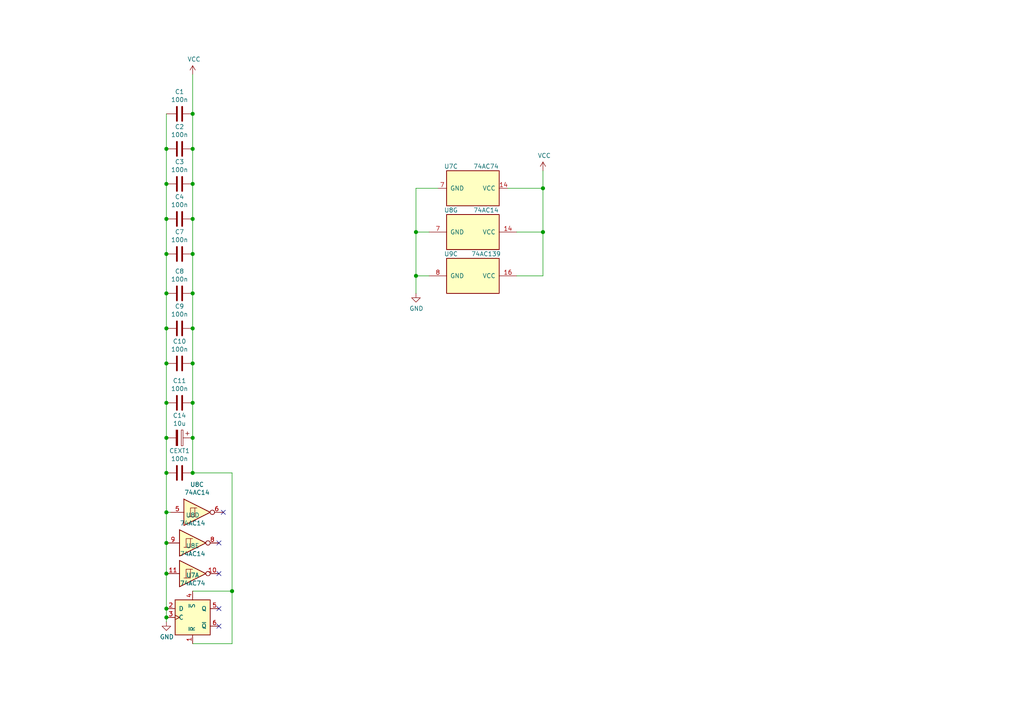
<source format=kicad_sch>
(kicad_sch (version 20211123) (generator eeschema)
  (paper "A4")
  (title_block (title "SBC6526 - Power") (date "2021-10-01") (rev "2.0") (company "Daniel Molina García"))
  (lib_symbols
    (symbol "74xx:74HC74" (pin_names (offset 1.016))
      (property "Reference" "U" (at -7.62 8.89 0))
      (property "Value" "74HC74" (at -7.62 -8.89 0))
      (symbol "74HC74_1_0"
        (pin input line (at 0 -7.62 90) (length 2.54) (name "~{R}") (number "1"))
        (pin input line (at -7.62 2.54 0) (length 2.54) (name "D") (number "2"))
        (pin input clock (at -7.62 0 0) (length 2.54) (name "C") (number "3"))
        (pin input line (at 0 7.62 270) (length 2.54) (name "~{S}") (number "4"))
        (pin output line (at 7.62 2.54 180) (length 2.54) (name "Q") (number "5"))
        (pin output line (at 7.62 -2.54 180) (length 2.54) (name "~{Q}") (number "6"))
      )
      (symbol "74HC74_1_1"
        (rectangle (start -5.08 5.08) (end 5.08 -5.08) (stroke (width 0.254)) (fill (type background)))
      )
      (symbol "74HC74_2_0"
        (pin input line (at 0 7.62 270) (length 2.54) (name "~{S}") (number "10"))
        (pin input clock (at -7.62 0 0) (length 2.54) (name "C") (number "11"))
        (pin input line (at -7.62 2.54 0) (length 2.54) (name "D") (number "12"))
        (pin input line (at 0 -7.62 90) (length 2.54) (name "~{R}") (number "13"))
        (pin output line (at 7.62 -2.54 180) (length 2.54) (name "~{Q}") (number "8"))
        (pin output line (at 7.62 2.54 180) (length 2.54) (name "Q") (number "9"))
      )
      (symbol "74HC74_2_1"
        (rectangle (start -5.08 5.08) (end 5.08 -5.08) (stroke (width 0.254)) (fill (type background)))
      )
      (symbol "74HC74_3_0"
        (pin power_in line (at 0 10.16 270) (length 2.54) (name "VCC") (number "14"))
        (pin power_in line (at 0 -10.16 90) (length 2.54) (name "GND") (number "7"))
      )
      (symbol "74HC74_3_1"
        (rectangle (start -5.08 7.62) (end 5.08 -7.62) (stroke (width 0.254)) (fill (type background)))
      )
    )
    (symbol "74xx:74LS139" (pin_names (offset 1.016))
      (property "Reference" "U" (at -7.62 8.89 0))
      (property "Value" "74LS139" (at -7.62 -8.89 0))
      (symbol "74LS139_1_0"
        (pin input inverted (at -12.7 -5.08 0) (length 5.08) (name "E") (number "1"))
        (pin input line (at -12.7 0 0) (length 5.08) (name "A0") (number "2"))
        (pin input line (at -12.7 2.54 0) (length 5.08) (name "A1") (number "3"))
        (pin output inverted (at 12.7 2.54 180) (length 5.08) (name "O0") (number "4"))
        (pin output inverted (at 12.7 0 180) (length 5.08) (name "O1") (number "5"))
        (pin output inverted (at 12.7 -2.54 180) (length 5.08) (name "O2") (number "6"))
        (pin output inverted (at 12.7 -5.08 180) (length 5.08) (name "O3") (number "7"))
      )
      (symbol "74LS139_1_1"
        (rectangle (start -7.62 5.08) (end 7.62 -7.62) (stroke (width 0.254)) (fill (type background)))
      )
      (symbol "74LS139_2_0"
        (pin output inverted (at 12.7 -2.54 180) (length 5.08) (name "O2") (number "10"))
        (pin output inverted (at 12.7 0 180) (length 5.08) (name "O1") (number "11"))
        (pin output inverted (at 12.7 2.54 180) (length 5.08) (name "O0") (number "12"))
        (pin input line (at -12.7 2.54 0) (length 5.08) (name "A1") (number "13"))
        (pin input line (at -12.7 0 0) (length 5.08) (name "A0") (number "14"))
        (pin input inverted (at -12.7 -5.08 0) (length 5.08) (name "E") (number "15"))
        (pin output inverted (at 12.7 -5.08 180) (length 5.08) (name "O3") (number "9"))
      )
      (symbol "74LS139_2_1"
        (rectangle (start -7.62 5.08) (end 7.62 -7.62) (stroke (width 0.254)) (fill (type background)))
      )
      (symbol "74LS139_3_0"
        (pin power_in line (at 0 12.7 270) (length 5.08) (name "VCC") (number "16"))
        (pin power_in line (at 0 -12.7 90) (length 5.08) (name "GND") (number "8"))
      )
      (symbol "74LS139_3_1"
        (rectangle (start -5.08 7.62) (end 5.08 -7.62) (stroke (width 0.254)) (fill (type background)))
      )
    )
    (symbol "74xx:74LS14" (pin_names (offset 1.016))
      (property "Reference" "U" (at 0 1.27 0))
      (property "Value" "74LS14" (at 0 -1.27 0))
      (symbol "74LS14_1_0"
        (polyline (pts (xy -3.81 3.81) (xy -3.81 -3.81) (xy 3.81 0) (xy -3.81 3.81)) (stroke (width 0.254)) (fill (type background)))
        (pin input line (at -7.62 0 0) (length 3.81) (name "~") (number "1"))
        (pin output inverted (at 7.62 0 180) (length 3.81) (name "~") (number "2"))
      )
      (symbol "74LS14_1_1"
        (polyline (pts (xy -1.905 -1.27) (xy -1.905 1.27) (xy -0.635 1.27)))
        (polyline (pts (xy -2.54 -1.27) (xy -0.635 -1.27) (xy -0.635 1.27) (xy 0 1.27)))
      )
      (symbol "74LS14_2_0"
        (polyline (pts (xy -3.81 3.81) (xy -3.81 -3.81) (xy 3.81 0) (xy -3.81 3.81)) (stroke (width 0.254)) (fill (type background)))
        (pin input line (at -7.62 0 0) (length 3.81) (name "~") (number "3"))
        (pin output inverted (at 7.62 0 180) (length 3.81) (name "~") (number "4"))
      )
      (symbol "74LS14_2_1"
        (polyline (pts (xy -1.905 -1.27) (xy -1.905 1.27) (xy -0.635 1.27)))
        (polyline (pts (xy -2.54 -1.27) (xy -0.635 -1.27) (xy -0.635 1.27) (xy 0 1.27)))
      )
      (symbol "74LS14_3_0"
        (polyline (pts (xy -3.81 3.81) (xy -3.81 -3.81) (xy 3.81 0) (xy -3.81 3.81)) (stroke (width 0.254)) (fill (type background)))
        (pin input line (at -7.62 0 0) (length 3.81) (name "~") (number "5"))
        (pin output inverted (at 7.62 0 180) (length 3.81) (name "~") (number "6"))
      )
      (symbol "74LS14_3_1"
        (polyline (pts (xy -1.905 -1.27) (xy -1.905 1.27) (xy -0.635 1.27)))
        (polyline (pts (xy -2.54 -1.27) (xy -0.635 -1.27) (xy -0.635 1.27) (xy 0 1.27)))
      )
      (symbol "74LS14_4_0"
        (polyline (pts (xy -3.81 3.81) (xy -3.81 -3.81) (xy 3.81 0) (xy -3.81 3.81)) (stroke (width 0.254)) (fill (type background)))
        (pin output inverted (at 7.62 0 180) (length 3.81) (name "~") (number "8"))
        (pin input line (at -7.62 0 0) (length 3.81) (name "~") (number "9"))
      )
      (symbol "74LS14_4_1"
        (polyline (pts (xy -1.905 -1.27) (xy -1.905 1.27) (xy -0.635 1.27)))
        (polyline (pts (xy -2.54 -1.27) (xy -0.635 -1.27) (xy -0.635 1.27) (xy 0 1.27)))
      )
      (symbol "74LS14_5_0"
        (polyline (pts (xy -3.81 3.81) (xy -3.81 -3.81) (xy 3.81 0) (xy -3.81 3.81)) (stroke (width 0.254)) (fill (type background)))
        (pin output inverted (at 7.62 0 180) (length 3.81) (name "~") (number "10"))
        (pin input line (at -7.62 0 0) (length 3.81) (name "~") (number "11"))
      )
      (symbol "74LS14_5_1"
        (polyline (pts (xy -1.905 -1.27) (xy -1.905 1.27) (xy -0.635 1.27)))
        (polyline (pts (xy -2.54 -1.27) (xy -0.635 -1.27) (xy -0.635 1.27) (xy 0 1.27)))
      )
      (symbol "74LS14_6_0"
        (polyline (pts (xy -3.81 3.81) (xy -3.81 -3.81) (xy 3.81 0) (xy -3.81 3.81)) (stroke (width 0.254)) (fill (type background)))
        (pin output inverted (at 7.62 0 180) (length 3.81) (name "~") (number "12"))
        (pin input line (at -7.62 0 0) (length 3.81) (name "~") (number "13"))
      )
      (symbol "74LS14_6_1"
        (polyline (pts (xy -1.905 -1.27) (xy -1.905 1.27) (xy -0.635 1.27)))
        (polyline (pts (xy -2.54 -1.27) (xy -0.635 -1.27) (xy -0.635 1.27) (xy 0 1.27)))
      )
      (symbol "74LS14_7_0"
        (pin power_in line (at 0 12.7 270) (length 5.08) (name "VCC") (number "14"))
        (pin power_in line (at 0 -12.7 90) (length 5.08) (name "GND") (number "7"))
      )
      (symbol "74LS14_7_1"
        (rectangle (start -5.08 7.62) (end 5.08 -7.62) (stroke (width 0.254)) (fill (type background)))
      )
    )
    (symbol "74xx:74LS14_1" (pin_names (offset 1.016))
      (property "Reference" "U" (at 0 1.27 0))
      (property "Value" "74LS14" (at 0 -1.27 0))
      (symbol "74LS14_1_1_0"
        (polyline (pts (xy -3.81 3.81) (xy -3.81 -3.81) (xy 3.81 0) (xy -3.81 3.81)) (stroke (width 0.254)) (fill (type background)))
        (pin input line (at -7.62 0 0) (length 3.81) (name "~") (number "1"))
        (pin output inverted (at 7.62 0 180) (length 3.81) (name "~") (number "2"))
      )
      (symbol "74LS14_1_1_1"
        (polyline (pts (xy -1.905 -1.27) (xy -1.905 1.27) (xy -0.635 1.27)))
        (polyline (pts (xy -2.54 -1.27) (xy -0.635 -1.27) (xy -0.635 1.27) (xy 0 1.27)))
      )
      (symbol "74LS14_1_2_0"
        (polyline (pts (xy -3.81 3.81) (xy -3.81 -3.81) (xy 3.81 0) (xy -3.81 3.81)) (stroke (width 0.254)) (fill (type background)))
        (pin input line (at -7.62 0 0) (length 3.81) (name "~") (number "3"))
        (pin output inverted (at 7.62 0 180) (length 3.81) (name "~") (number "4"))
      )
      (symbol "74LS14_1_2_1"
        (polyline (pts (xy -1.905 -1.27) (xy -1.905 1.27) (xy -0.635 1.27)))
        (polyline (pts (xy -2.54 -1.27) (xy -0.635 -1.27) (xy -0.635 1.27) (xy 0 1.27)))
      )
      (symbol "74LS14_1_3_0"
        (polyline (pts (xy -3.81 3.81) (xy -3.81 -3.81) (xy 3.81 0) (xy -3.81 3.81)) (stroke (width 0.254)) (fill (type background)))
        (pin input line (at -7.62 0 0) (length 3.81) (name "~") (number "5"))
        (pin output inverted (at 7.62 0 180) (length 3.81) (name "~") (number "6"))
      )
      (symbol "74LS14_1_3_1"
        (polyline (pts (xy -1.905 -1.27) (xy -1.905 1.27) (xy -0.635 1.27)))
        (polyline (pts (xy -2.54 -1.27) (xy -0.635 -1.27) (xy -0.635 1.27) (xy 0 1.27)))
      )
      (symbol "74LS14_1_4_0"
        (polyline (pts (xy -3.81 3.81) (xy -3.81 -3.81) (xy 3.81 0) (xy -3.81 3.81)) (stroke (width 0.254)) (fill (type background)))
        (pin output inverted (at 7.62 0 180) (length 3.81) (name "~") (number "8"))
        (pin input line (at -7.62 0 0) (length 3.81) (name "~") (number "9"))
      )
      (symbol "74LS14_1_4_1"
        (polyline (pts (xy -1.905 -1.27) (xy -1.905 1.27) (xy -0.635 1.27)))
        (polyline (pts (xy -2.54 -1.27) (xy -0.635 -1.27) (xy -0.635 1.27) (xy 0 1.27)))
      )
      (symbol "74LS14_1_5_0"
        (polyline (pts (xy -3.81 3.81) (xy -3.81 -3.81) (xy 3.81 0) (xy -3.81 3.81)) (stroke (width 0.254)) (fill (type background)))
        (pin output inverted (at 7.62 0 180) (length 3.81) (name "~") (number "10"))
        (pin input line (at -7.62 0 0) (length 3.81) (name "~") (number "11"))
      )
      (symbol "74LS14_1_5_1"
        (polyline (pts (xy -1.905 -1.27) (xy -1.905 1.27) (xy -0.635 1.27)))
        (polyline (pts (xy -2.54 -1.27) (xy -0.635 -1.27) (xy -0.635 1.27) (xy 0 1.27)))
      )
      (symbol "74LS14_1_6_0"
        (polyline (pts (xy -3.81 3.81) (xy -3.81 -3.81) (xy 3.81 0) (xy -3.81 3.81)) (stroke (width 0.254)) (fill (type background)))
        (pin output inverted (at 7.62 0 180) (length 3.81) (name "~") (number "12"))
        (pin input line (at -7.62 0 0) (length 3.81) (name "~") (number "13"))
      )
      (symbol "74LS14_1_6_1"
        (polyline (pts (xy -1.905 -1.27) (xy -1.905 1.27) (xy -0.635 1.27)))
        (polyline (pts (xy -2.54 -1.27) (xy -0.635 -1.27) (xy -0.635 1.27) (xy 0 1.27)))
      )
      (symbol "74LS14_1_7_0"
        (pin power_in line (at 0 12.7 270) (length 5.08) (name "VCC") (number "14"))
        (pin power_in line (at 0 -12.7 90) (length 5.08) (name "GND") (number "7"))
      )
      (symbol "74LS14_1_7_1"
        (rectangle (start -5.08 7.62) (end 5.08 -7.62) (stroke (width 0.254)) (fill (type background)))
      )
    )
    (symbol "74xx:74LS74" (pin_names (offset 1.016))
      (property "Reference" "U" (at -7.62 8.89 0))
      (property "Value" "74LS74" (at -7.62 -8.89 0))
      (symbol "74LS74_1_0"
        (pin input line (at 0 -7.62 90) (length 2.54) (name "~{R}") (number "1"))
        (pin input line (at -7.62 2.54 0) (length 2.54) (name "D") (number "2"))
        (pin input clock (at -7.62 0 0) (length 2.54) (name "C") (number "3"))
        (pin input line (at 0 7.62 270) (length 2.54) (name "~{S}") (number "4"))
        (pin output line (at 7.62 2.54 180) (length 2.54) (name "Q") (number "5"))
        (pin output line (at 7.62 -2.54 180) (length 2.54) (name "~{Q}") (number "6"))
      )
      (symbol "74LS74_1_1"
        (rectangle (start -5.08 5.08) (end 5.08 -5.08) (stroke (width 0.254)) (fill (type background)))
      )
      (symbol "74LS74_2_0"
        (pin input line (at 0 7.62 270) (length 2.54) (name "~{S}") (number "10"))
        (pin input clock (at -7.62 0 0) (length 2.54) (name "C") (number "11"))
        (pin input line (at -7.62 2.54 0) (length 2.54) (name "D") (number "12"))
        (pin input line (at 0 -7.62 90) (length 2.54) (name "~{R}") (number "13"))
        (pin output line (at 7.62 -2.54 180) (length 2.54) (name "~{Q}") (number "8"))
        (pin output line (at 7.62 2.54 180) (length 2.54) (name "Q") (number "9"))
      )
      (symbol "74LS74_2_1"
        (rectangle (start -5.08 5.08) (end 5.08 -5.08) (stroke (width 0.254)) (fill (type background)))
      )
      (symbol "74LS74_3_0"
        (pin power_in line (at 0 10.16 270) (length 2.54) (name "VCC") (number "14"))
        (pin power_in line (at 0 -10.16 90) (length 2.54) (name "GND") (number "7"))
      )
      (symbol "74LS74_3_1"
        (rectangle (start -5.08 7.62) (end 5.08 -7.62) (stroke (width 0.254)) (fill (type background)))
      )
    )
    (symbol "Device:C" (pin_numbers hide) (pin_names (offset 0.254))
      (property "Reference" "C" (at 0.635 2.54 0))
      (property "Value" "C" (at 0.635 -2.54 0))
      (symbol "C_0_1"
        (polyline (pts (xy -2.032 -0.762) (xy 2.032 -0.762)) (stroke (width 0.508)))
        (polyline (pts (xy -2.032 0.762) (xy 2.032 0.762)) (stroke (width 0.508)))
      )
      (symbol "C_1_1"
        (pin passive line (at 0 3.81 270) (length 2.794) (name "~") (number "1"))
        (pin passive line (at 0 -3.81 90) (length 2.794) (name "~") (number "2"))
      )
    )
    (symbol "Device:CP" (pin_numbers hide) (pin_names (offset 0.254))
      (property "Reference" "C" (at 0.635 2.54 0))
      (property "Value" "CP" (at 0.635 -2.54 0))
      (symbol "CP_0_1"
        (rectangle (start -2.286 0.508) (end 2.286 1.016))
        (polyline (pts (xy -1.778 2.286) (xy -0.762 2.286)))
        (polyline (pts (xy -1.27 2.794) (xy -1.27 1.778)))
        (rectangle (start 2.286 -0.508) (end -2.286 -1.016) (fill (type outline)))
      )
      (symbol "CP_1_1"
        (pin passive line (at 0 3.81 270) (length 2.794) (name "~") (number "1"))
        (pin passive line (at 0 -3.81 90) (length 2.794) (name "~") (number "2"))
      )
    )
    (symbol "power:GND" (power) (pin_names (offset 0))
      (property "Value" "GND" (at 0 -3.81 0))
      (symbol "GND_0_1"
        (polyline (pts (xy 0 0) (xy 0 -1.27) (xy 1.27 -1.27) (xy 0 -2.54) (xy -1.27 -1.27) (xy 0 -1.27)))
      )
      (symbol "GND_1_1"
        (pin power_in line (at 0 0 270) (length 0) hide (name "GND") (number "1"))
      )
    )
    (symbol "power:VCC" (power) (pin_names (offset 0))
      (property "Value" "VCC" (at 0 3.81 0))
      (symbol "VCC_0_1"
        (polyline (pts (xy -0.762 1.27) (xy 0 2.54)))
        (polyline (pts (xy 0 0) (xy 0 2.54)))
        (polyline (pts (xy 0 2.54) (xy 0.762 1.27)))
      )
      (symbol "VCC_1_1"
        (pin power_in line (at 0 0 90) (length 0) hide (name "VCC") (number "1"))
      )
    )
  )
  (junction (at 55.88 33.02) (diameter 1.016))
  (junction (at 48.26 116.84) (diameter 1.016))
  (junction (at 55.88 43.18) (diameter 1.016))
  (junction (at 48.26 85.09) (diameter 1.016))
  (junction (at 48.26 148.59) (diameter 1.016))
  (junction (at 48.26 105.41) (diameter 1.016))
  (junction (at 120.65 67.31) (diameter 1.016))
  (junction (at 48.26 157.48) (diameter 1.016))
  (junction (at 55.88 105.41) (diameter 1.016))
  (junction (at 48.26 53.34) (diameter 1.016))
  (junction (at 55.88 53.34) (diameter 1.016))
  (junction (at 55.88 63.5) (diameter 1.016))
  (junction (at 67.31 171.45) (diameter 1.016))
  (junction (at 48.26 43.18) (diameter 1.016))
  (junction (at 157.48 67.31) (diameter 1.016))
  (junction (at 55.88 95.25) (diameter 1.016))
  (junction (at 48.26 176.53) (diameter 1.016))
  (junction (at 55.88 116.84) (diameter 1.016))
  (junction (at 48.26 127) (diameter 1.016))
  (junction (at 48.26 179.07) (diameter 1.016))
  (junction (at 48.26 73.66) (diameter 1.016))
  (junction (at 157.48 54.61) (diameter 1.016))
  (junction (at 55.88 127) (diameter 1.016))
  (junction (at 48.26 166.37) (diameter 1.016))
  (junction (at 55.88 137.16) (diameter 1.016))
  (junction (at 55.88 85.09) (diameter 1.016))
  (junction (at 48.26 63.5) (diameter 1.016))
  (junction (at 120.65 80.01) (diameter 1.016))
  (junction (at 55.88 73.66) (diameter 1.016))
  (junction (at 48.26 137.16) (diameter 1.016))
  (junction (at 48.26 95.25) (diameter 1.016))
  (no_connect (at 64.77 148.59))
  (no_connect (at 63.5 181.61))
  (no_connect (at 63.5 176.53))
  (no_connect (at 63.5 157.48))
  (no_connect (at 63.5 166.37))
  (wire (pts (xy 124.46 80.01) (xy 120.65 80.01)))
  (wire (pts (xy 55.88 43.18) (xy 55.88 33.02)))
  (wire (pts (xy 48.26 137.16) (xy 48.26 148.59)))
  (wire (pts (xy 55.88 186.69) (xy 67.31 186.69)))
  (wire (pts (xy 149.86 67.31) (xy 157.48 67.31)))
  (wire (pts (xy 157.48 67.31) (xy 157.48 54.61)))
  (wire (pts (xy 67.31 186.69) (xy 67.31 171.45)))
  (wire (pts (xy 147.32 54.61) (xy 157.48 54.61)))
  (wire (pts (xy 120.65 67.31) (xy 120.65 54.61)))
  (wire (pts (xy 55.88 63.5) (xy 55.88 73.66)))
  (wire (pts (xy 48.26 127) (xy 48.26 137.16)))
  (wire (pts (xy 120.65 54.61) (xy 127 54.61)))
  (wire (pts (xy 55.88 33.02) (xy 55.88 21.59)))
  (wire (pts (xy 157.48 54.61) (xy 157.48 49.53)))
  (wire (pts (xy 48.26 85.09) (xy 48.26 95.25)))
  (wire (pts (xy 124.46 67.31) (xy 120.65 67.31)))
  (wire (pts (xy 55.88 85.09) (xy 55.88 73.66)))
  (wire (pts (xy 67.31 171.45) (xy 67.31 137.16)))
  (wire (pts (xy 48.26 33.02) (xy 48.26 43.18)))
  (wire (pts (xy 48.26 43.18) (xy 48.26 53.34)))
  (wire (pts (xy 48.26 95.25) (xy 48.26 105.41)))
  (wire (pts (xy 48.26 116.84) (xy 48.26 127)))
  (wire (pts (xy 48.26 176.53) (xy 48.26 179.07)))
  (wire (pts (xy 120.65 85.09) (xy 120.65 80.01)))
  (wire (pts (xy 55.88 116.84) (xy 55.88 127)))
  (wire (pts (xy 48.26 179.07) (xy 48.26 180.34)))
  (wire (pts (xy 48.26 105.41) (xy 48.26 116.84)))
  (wire (pts (xy 48.26 73.66) (xy 48.26 85.09)))
  (wire (pts (xy 48.26 63.5) (xy 48.26 73.66)))
  (wire (pts (xy 55.88 105.41) (xy 55.88 95.25)))
  (wire (pts (xy 149.86 80.01) (xy 157.48 80.01)))
  (wire (pts (xy 48.26 166.37) (xy 48.26 176.53)))
  (wire (pts (xy 55.88 127) (xy 55.88 137.16)))
  (wire (pts (xy 157.48 80.01) (xy 157.48 67.31)))
  (wire (pts (xy 55.88 63.5) (xy 55.88 53.34)))
  (wire (pts (xy 49.53 148.59) (xy 48.26 148.59)))
  (wire (pts (xy 48.26 157.48) (xy 48.26 166.37)))
  (wire (pts (xy 67.31 137.16) (xy 55.88 137.16)))
  (wire (pts (xy 55.88 171.45) (xy 67.31 171.45)))
  (wire (pts (xy 55.88 116.84) (xy 55.88 105.41)))
  (wire (pts (xy 48.26 148.59) (xy 48.26 157.48)))
  (wire (pts (xy 55.88 53.34) (xy 55.88 43.18)))
  (wire (pts (xy 48.26 53.34) (xy 48.26 63.5)))
  (wire (pts (xy 120.65 80.01) (xy 120.65 67.31)))
  (wire (pts (xy 55.88 95.25) (xy 55.88 85.09)))
  (symbol (lib_id "74xx:74LS14") (at 57.15 148.59 0) (unit 3)
    (property "Reference" "U8" (at 57.15 140.5382 0))
    (property "Value" "74AC14" (at 57.15 142.8496 0))
    (property "Footprint" "Package_SO:SOIC-14_3.9x8.7mm_P1.27mm" (effects hide))
    (property "Datasheet" "http://www.ti.com/lit/gpn/sn74LS14" (effects hide))
  )
  (symbol (lib_id "74xx:74LS14") (at 55.88 157.48 0) (unit 4)
    (property "Reference" "U8" (at 55.88 149.4282 0))
    (property "Value" "74AC14" (at 55.88 151.7396 0))
    (property "Footprint" "Package_SO:SOIC-14_3.9x8.7mm_P1.27mm" (effects hide))
    (property "Datasheet" "http://www.ti.com/lit/gpn/sn74LS14" (effects hide))
  )
  (symbol (lib_id "74xx:74LS14") (at 55.88 166.37 0) (unit 5)
    (property "Reference" "U8" (at 55.88 158.3182 0))
    (property "Value" "74AC14" (at 55.88 160.6296 0))
    (property "Footprint" "Package_SO:SOIC-14_3.9x8.7mm_P1.27mm" (effects hide))
    (property "Datasheet" "http://www.ti.com/lit/gpn/sn74LS14" (effects hide))
  )
  (symbol (lib_id "74xx:74HC74") (at 55.88 179.07 0) (unit 1)
    (property "Reference" "U7" (at 55.88 166.8526 0))
    (property "Value" "74AC74" (at 55.88 169.164 0))
    (property "Footprint" "Package_SO:SOIC-14_3.9x8.7mm_P1.27mm" (effects hide))
    (property "Datasheet" "74xx/74hc_hct74.pdf" (effects hide))
  )
  (symbol (lib_id "Device:C") (at 52.07 137.16 270) (unit 1)
    (property "Reference" "CEXT1" (at 52.07 130.7592 90))
    (property "Value" "100n" (at 52.07 133.0706 90))
    (property "Footprint" "Capacitor_SMD:C_0805_2012Metric_Pad1.18x1.45mm_HandSolder" (effects hide))
  )
  (symbol (lib_id "74xx:74LS139") (at 137.16 80.01 270) (unit 3)
    (property "Reference" "U9" (at 130.81 73.66 90))
    (property "Value" "74AC139" (at 140.97 73.66 90))
    (property "Footprint" "Package_SO:SOIC-16_3.9x9.9mm_P1.27mm" (effects hide))
    (property "Datasheet" "http://www.ti.com/lit/ds/symlink/sn74ls139a.pdf" (effects hide))
  )
  (symbol (lib_name "74xx:74LS14_1") (lib_id "74xx:74LS14") (at 137.16 67.31 270) (unit 7)
    (property "Reference" "U8" (at 130.81 60.96 90))
    (property "Value" "74AC14" (at 140.97 60.96 90))
    (property "Footprint" "Package_SO:SOIC-14_3.9x8.7mm_P1.27mm" (effects hide))
    (property "Datasheet" "http://www.ti.com/lit/gpn/sn74LS14" (effects hide))
  )
  (symbol (lib_id "74xx:74LS74") (at 137.16 54.61 270) (unit 3)
    (property "Reference" "U7" (at 130.81 48.26 90))
    (property "Value" "74AC74" (at 140.97 48.26 90))
    (property "Footprint" "Package_SO:SOIC-14_3.9x8.7mm_P1.27mm" (effects hide))
    (property "Datasheet" "74xx/74hc_hct74.pdf" (effects hide))
  )
  (symbol (lib_id "power:VCC") (at 157.48 49.53 0) (unit 1)
    (property "Reference" "#PWR0153" (effects hide))
    (property "Value" "VCC" (at 157.861 45.1358 0))
  )
  (symbol (lib_id "power:GND") (at 120.65 85.09 0) (unit 1)
    (property "Reference" "#PWR0154" (effects hide))
    (property "Value" "GND" (at 120.777 89.4842 0))
  )
  (symbol (lib_id "Device:C") (at 52.07 33.02 270) (unit 1)
    (property "Reference" "C1" (at 52.07 26.6192 90))
    (property "Value" "100n" (at 52.07 28.9306 90))
    (property "Footprint" "Capacitor_SMD:C_0805_2012Metric_Pad1.18x1.45mm_HandSolder" (effects hide))
  )
  (symbol (lib_id "Device:C") (at 52.07 43.18 270) (unit 1)
    (property "Reference" "C2" (at 52.07 36.7792 90))
    (property "Value" "100n" (at 52.07 39.0906 90))
    (property "Footprint" "Capacitor_SMD:C_0805_2012Metric_Pad1.18x1.45mm_HandSolder" (effects hide))
  )
  (symbol (lib_id "Device:C") (at 52.07 53.34 270) (unit 1)
    (property "Reference" "C3" (at 52.07 46.9392 90))
    (property "Value" "100n" (at 52.07 49.2506 90))
    (property "Footprint" "Capacitor_SMD:C_0805_2012Metric_Pad1.18x1.45mm_HandSolder" (effects hide))
  )
  (symbol (lib_id "Device:C") (at 52.07 63.5 270) (unit 1)
    (property "Reference" "C4" (at 52.07 57.0992 90))
    (property "Value" "100n" (at 52.07 59.4106 90))
    (property "Footprint" "Capacitor_SMD:C_0805_2012Metric_Pad1.18x1.45mm_HandSolder" (effects hide))
  )
  (symbol (lib_id "power:VCC") (at 55.88 21.59 0) (unit 1)
    (property "Reference" "#PWR02" (effects hide))
    (property "Value" "VCC" (at 56.261 17.1958 0))
  )
  (symbol (lib_id "power:GND") (at 48.26 180.34 0) (unit 1)
    (property "Reference" "#PWR01" (effects hide))
    (property "Value" "GND" (at 48.387 184.7342 0))
  )
  (symbol (lib_id "Device:C") (at 52.07 73.66 270) (unit 1)
    (property "Reference" "C7" (at 52.07 67.2592 90))
    (property "Value" "100n" (at 52.07 69.5706 90))
    (property "Footprint" "Capacitor_SMD:C_0805_2012Metric_Pad1.18x1.45mm_HandSolder" (effects hide))
  )
  (symbol (lib_id "Device:C") (at 52.07 85.09 270) (unit 1)
    (property "Reference" "C8" (at 52.07 78.6892 90))
    (property "Value" "100n" (at 52.07 81.0006 90))
    (property "Footprint" "Capacitor_SMD:C_0805_2012Metric_Pad1.18x1.45mm_HandSolder" (effects hide))
  )
  (symbol (lib_id "Device:C") (at 52.07 95.25 270) (unit 1)
    (property "Reference" "C9" (at 52.07 88.8492 90))
    (property "Value" "100n" (at 52.07 91.1606 90))
    (property "Footprint" "Capacitor_SMD:C_0805_2012Metric_Pad1.18x1.45mm_HandSolder" (effects hide))
  )
  (symbol (lib_id "Device:C") (at 52.07 105.41 270) (unit 1)
    (property "Reference" "C10" (at 52.07 99.0092 90))
    (property "Value" "100n" (at 52.07 101.3206 90))
    (property "Footprint" "Capacitor_SMD:C_0805_2012Metric_Pad1.18x1.45mm_HandSolder" (effects hide))
  )
  (symbol (lib_id "Device:C") (at 52.07 116.84 270) (unit 1)
    (property "Reference" "C11" (at 52.07 110.4392 90))
    (property "Value" "100n" (at 52.07 112.7506 90))
    (property "Footprint" "Capacitor_SMD:C_0805_2012Metric_Pad1.18x1.45mm_HandSolder" (effects hide))
  )
  (symbol (lib_id "Device:CP") (at 52.07 127 270) (unit 1)
    (property "Reference" "C14" (at 52.07 120.523 90))
    (property "Value" "10u" (at 52.07 122.8344 90))
    (property "Footprint" "Capacitor_THT:CP_Radial_D6.3mm_P2.50mm" (effects hide))
  )
)
</source>
